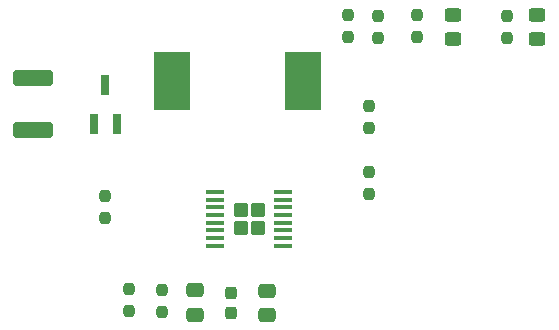
<source format=gbr>
%TF.GenerationSoftware,KiCad,Pcbnew,(6.0.7-1)-1*%
%TF.CreationDate,2023-01-16T13:52:54-08:00*%
%TF.ProjectId,updated_boost_USB_charger,75706461-7465-4645-9f62-6f6f73745f55,rev?*%
%TF.SameCoordinates,Original*%
%TF.FileFunction,Paste,Top*%
%TF.FilePolarity,Positive*%
%FSLAX46Y46*%
G04 Gerber Fmt 4.6, Leading zero omitted, Abs format (unit mm)*
G04 Created by KiCad (PCBNEW (6.0.7-1)-1) date 2023-01-16 13:52:54*
%MOMM*%
%LPD*%
G01*
G04 APERTURE LIST*
G04 Aperture macros list*
%AMRoundRect*
0 Rectangle with rounded corners*
0 $1 Rounding radius*
0 $2 $3 $4 $5 $6 $7 $8 $9 X,Y pos of 4 corners*
0 Add a 4 corners polygon primitive as box body*
4,1,4,$2,$3,$4,$5,$6,$7,$8,$9,$2,$3,0*
0 Add four circle primitives for the rounded corners*
1,1,$1+$1,$2,$3*
1,1,$1+$1,$4,$5*
1,1,$1+$1,$6,$7*
1,1,$1+$1,$8,$9*
0 Add four rect primitives between the rounded corners*
20,1,$1+$1,$2,$3,$4,$5,0*
20,1,$1+$1,$4,$5,$6,$7,0*
20,1,$1+$1,$6,$7,$8,$9,0*
20,1,$1+$1,$8,$9,$2,$3,0*%
G04 Aperture macros list end*
%ADD10RoundRect,0.250001X-0.354999X-0.354999X0.354999X-0.354999X0.354999X0.354999X-0.354999X0.354999X0*%
%ADD11RoundRect,0.100000X-0.675000X-0.100000X0.675000X-0.100000X0.675000X0.100000X-0.675000X0.100000X0*%
%ADD12RoundRect,0.237500X-0.237500X0.250000X-0.237500X-0.250000X0.237500X-0.250000X0.237500X0.250000X0*%
%ADD13RoundRect,0.250000X0.475000X-0.337500X0.475000X0.337500X-0.475000X0.337500X-0.475000X-0.337500X0*%
%ADD14R,0.800000X1.800000*%
%ADD15RoundRect,0.237500X0.237500X-0.250000X0.237500X0.250000X-0.237500X0.250000X-0.237500X-0.250000X0*%
%ADD16RoundRect,0.237500X0.237500X-0.300000X0.237500X0.300000X-0.237500X0.300000X-0.237500X-0.300000X0*%
%ADD17RoundRect,0.250000X0.450000X-0.325000X0.450000X0.325000X-0.450000X0.325000X-0.450000X-0.325000X0*%
%ADD18RoundRect,0.250000X-0.475000X0.337500X-0.475000X-0.337500X0.475000X-0.337500X0.475000X0.337500X0*%
%ADD19R,3.100000X5.000000*%
%ADD20RoundRect,0.250000X-1.450000X0.400000X-1.450000X-0.400000X1.450000X-0.400000X1.450000X0.400000X0*%
G04 APERTURE END LIST*
D10*
%TO.C,U1*%
X108724000Y-110605000D03*
X110224000Y-110605000D03*
X108724000Y-109105000D03*
X110224000Y-109105000D03*
D11*
X106599000Y-107580000D03*
X106599000Y-108230000D03*
X106599000Y-108880000D03*
X106599000Y-109530000D03*
X106599000Y-110180000D03*
X106599000Y-110830000D03*
X106599000Y-111480000D03*
X106599000Y-112130000D03*
X112349000Y-112130000D03*
X112349000Y-111480000D03*
X112349000Y-110830000D03*
X112349000Y-110180000D03*
X112349000Y-109530000D03*
X112349000Y-108880000D03*
X112349000Y-108230000D03*
X112349000Y-107580000D03*
%TD*%
D12*
%TO.C,R1*%
X97282000Y-107926500D03*
X97282000Y-109751500D03*
%TD*%
D13*
%TO.C,C1*%
X104902000Y-117983000D03*
X104902000Y-115908000D03*
%TD*%
D14*
%TO.C,Q1*%
X96332000Y-101853000D03*
X98232000Y-101853000D03*
X97282000Y-98553000D03*
%TD*%
D15*
%TO.C,R7*%
X131318000Y-94511500D03*
X131318000Y-92686500D03*
%TD*%
D12*
%TO.C,R6*%
X119634000Y-100306500D03*
X119634000Y-102131500D03*
%TD*%
D15*
%TO.C,R8*%
X123698000Y-94408000D03*
X123698000Y-92583000D03*
%TD*%
D12*
%TO.C,R3*%
X99314000Y-115800500D03*
X99314000Y-117625500D03*
%TD*%
D15*
%TO.C,R2*%
X102108000Y-117726000D03*
X102108000Y-115901000D03*
%TD*%
%TO.C,R5*%
X117856000Y-94408000D03*
X117856000Y-92583000D03*
%TD*%
D16*
%TO.C,C2*%
X107950000Y-117808000D03*
X107950000Y-116083000D03*
%TD*%
D12*
%TO.C,R4*%
X120396000Y-92686500D03*
X120396000Y-94511500D03*
%TD*%
D15*
%TO.C,R9*%
X119634000Y-107719500D03*
X119634000Y-105894500D03*
%TD*%
D17*
%TO.C,D2*%
X126746000Y-94624000D03*
X126746000Y-92574000D03*
%TD*%
D18*
%TO.C,C3*%
X110998000Y-115929500D03*
X110998000Y-118004500D03*
%TD*%
D19*
%TO.C,L1*%
X102908000Y-98171000D03*
X114008000Y-98171000D03*
%TD*%
D17*
%TO.C,D1*%
X133858000Y-94624000D03*
X133858000Y-92574000D03*
%TD*%
D20*
%TO.C,F1*%
X91186000Y-97912000D03*
X91186000Y-102362000D03*
%TD*%
M02*

</source>
